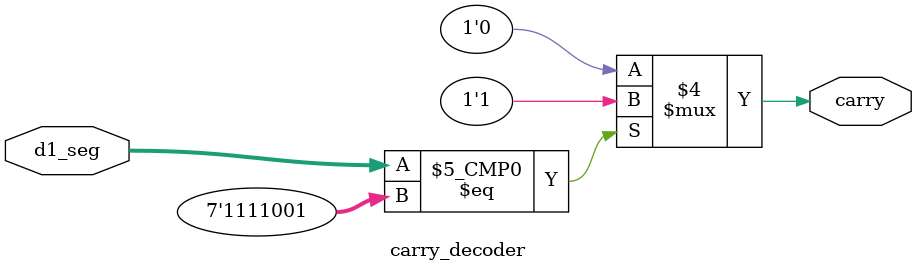
<source format=v>
module carry_decoder (
    input [6:0] d1_seg,   //7 seg output from circuit_b
    output reg carry
);
    always @(*) begin
        case (d1_seg)
            7'b1111001: carry = 1; // “1”
            7'b1000000: carry = 0; // “0”
            default: carry = 0; 
        endcase
    end
endmodule

</source>
